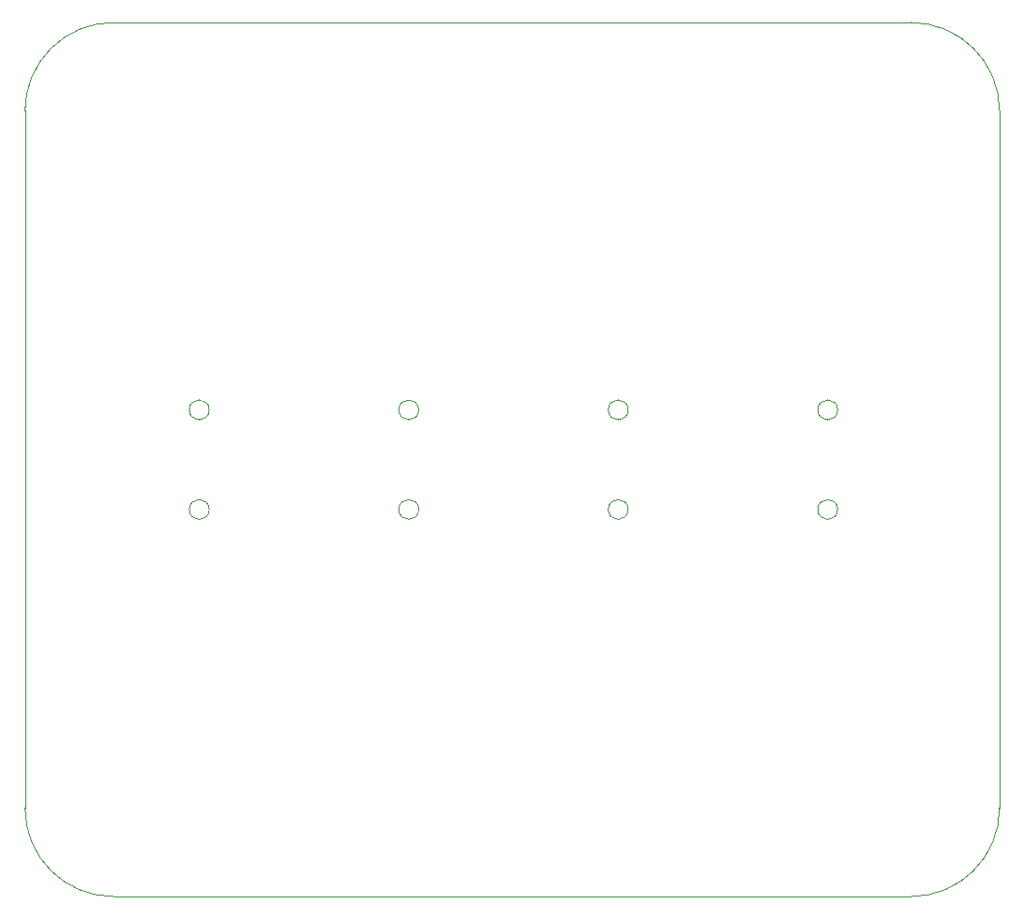
<source format=gm1>
G04 #@! TF.GenerationSoftware,KiCad,Pcbnew,7.0.5*
G04 #@! TF.CreationDate,2023-09-08T12:24:19+07:00*
G04 #@! TF.ProjectId,Node_Vote,4e6f6465-5f56-46f7-9465-2e6b69636164,rev?*
G04 #@! TF.SameCoordinates,Original*
G04 #@! TF.FileFunction,Profile,NP*
%FSLAX46Y46*%
G04 Gerber Fmt 4.6, Leading zero omitted, Abs format (unit mm)*
G04 Created by KiCad (PCBNEW 7.0.5) date 2023-09-08 12:24:19*
%MOMM*%
%LPD*%
G01*
G04 APERTURE LIST*
G04 #@! TA.AperFunction,Profile*
%ADD10C,0.100000*%
G04 #@! TD*
G04 #@! TA.AperFunction,Profile*
%ADD11C,0.050000*%
G04 #@! TD*
G04 APERTURE END LIST*
D10*
X0Y-71000000D02*
X0Y-8000000D01*
X80000000Y-79000000D02*
G75*
G03*
X88000000Y-71000000I0J8000000D01*
G01*
X0Y-71000000D02*
G75*
G03*
X8000000Y-79000000I8000000J0D01*
G01*
X88000000Y-8000000D02*
G75*
G03*
X80000000Y0I-8000000J0D01*
G01*
X88000000Y-71000000D02*
X88000000Y-8000000D01*
X8000000Y0D02*
G75*
G03*
X0Y-8000000I-3J-7999997D01*
G01*
X80000000Y-79000000D02*
X8000000Y-79000000D01*
X8000000Y0D02*
X80000000Y0D01*
D11*
X54467055Y-35015037D02*
G75*
G03*
X54467055Y-35015037I-900000J0D01*
G01*
X54467055Y-44015037D02*
G75*
G03*
X54467055Y-44015037I-900000J0D01*
G01*
X16638833Y-35015037D02*
G75*
G03*
X16638833Y-35015037I-900000J0D01*
G01*
X16638833Y-44015037D02*
G75*
G03*
X16638833Y-44015037I-900000J0D01*
G01*
X35552944Y-35015037D02*
G75*
G03*
X35552944Y-35015037I-900000J0D01*
G01*
X35552944Y-44015037D02*
G75*
G03*
X35552944Y-44015037I-900000J0D01*
G01*
X73381167Y-35015037D02*
G75*
G03*
X73381167Y-35015037I-900000J0D01*
G01*
X73381167Y-44015037D02*
G75*
G03*
X73381167Y-44015037I-900000J0D01*
G01*
M02*

</source>
